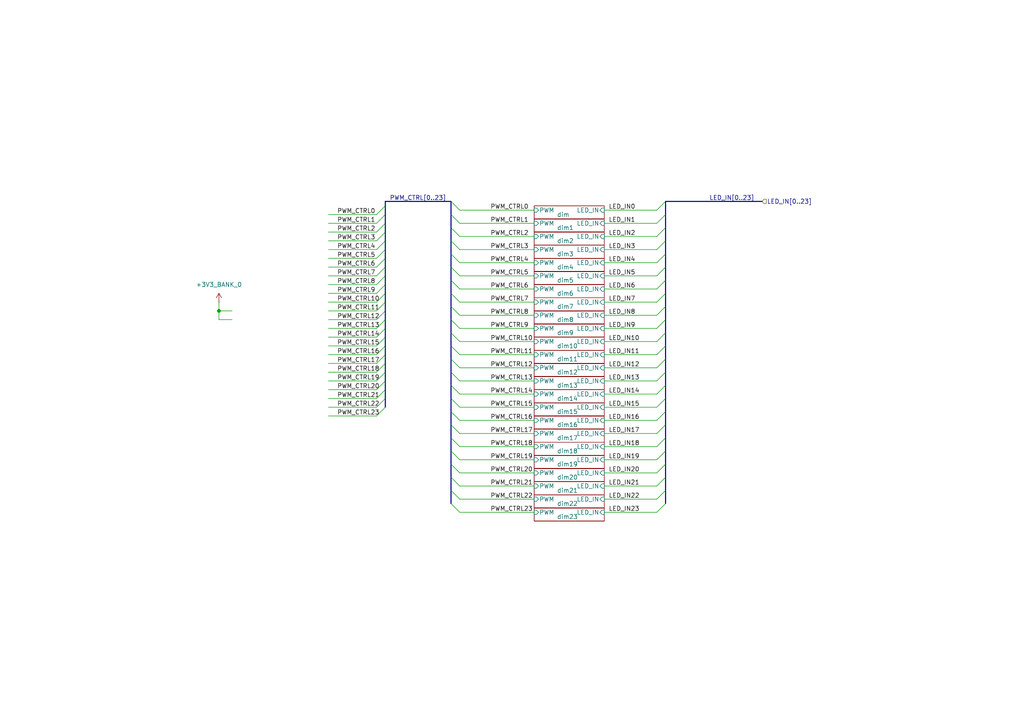
<source format=kicad_sch>
(kicad_sch (version 20231120) (generator "eeschema") (generator_version "8.0")
  (paper "A4")
  (lib_symbols
    (symbol "power:+3V3" (power) (pin_numbers hide) (pin_names (offset 0) hide)
      (property "Value" "+3V3" (at 0 3.556 0))
      (symbol "+3V3_0_1"
        (polyline (pts (xy -0.762 1.27) (xy 0 2.54)))
        (polyline (pts (xy 0 0) (xy 0 2.54)))
        (polyline (pts (xy 0 2.54) (xy 0.762 1.27)))
      )
      (symbol "+3V3_1_1"
        (pin power_in line (at 0 0 90) (length 0) (name "~") (number "1"))
      )
    )
  )
  (junction (at 63.5 90.17))
  (bus_entry (at 193.04 115.57) (size -2.54 2.54))
  (bus_entry (at 193.04 111.76) (size -2.54 2.54))
  (bus_entry (at 193.04 69.85) (size -2.54 2.54))
  (bus_entry (at 193.04 88.9) (size -2.54 2.54))
  (bus_entry (at 193.04 127) (size -2.54 2.54))
  (bus_entry (at 193.04 142.24) (size -2.54 2.54))
  (bus_entry (at 130.81 92.71) (size 2.54 2.54))
  (bus_entry (at 130.81 73.66) (size 2.54 2.54))
  (bus_entry (at 193.04 85.09) (size -2.54 2.54))
  (bus_entry (at 130.81 96.52) (size 2.54 2.54))
  (bus_entry (at 130.81 100.33) (size 2.54 2.54))
  (bus_entry (at 111.76 102.87) (size -2.54 2.54))
  (bus_entry (at 111.76 92.71) (size -2.54 2.54))
  (bus_entry (at 193.04 104.14) (size -2.54 2.54))
  (bus_entry (at 111.76 113.03) (size -2.54 2.54))
  (bus_entry (at 130.81 123.19) (size 2.54 2.54))
  (bus_entry (at 193.04 73.66) (size -2.54 2.54))
  (bus_entry (at 193.04 134.62) (size -2.54 2.54))
  (bus_entry (at 130.81 146.05) (size 2.54 2.54))
  (bus_entry (at 130.81 130.81) (size 2.54 2.54))
  (bus_entry (at 130.81 104.14) (size 2.54 2.54))
  (bus_entry (at 130.81 142.24) (size 2.54 2.54))
  (bus_entry (at 130.81 58.42) (size 2.54 2.54))
  (bus_entry (at 111.76 69.85) (size -2.54 2.54))
  (bus_entry (at 130.81 138.43) (size 2.54 2.54))
  (bus_entry (at 111.76 72.39) (size -2.54 2.54))
  (bus_entry (at 111.76 85.09) (size -2.54 2.54))
  (bus_entry (at 111.76 77.47) (size -2.54 2.54))
  (bus_entry (at 111.76 97.79) (size -2.54 2.54))
  (bus_entry (at 111.76 64.77) (size -2.54 2.54))
  (bus_entry (at 193.04 96.52) (size -2.54 2.54))
  (bus_entry (at 130.81 85.09) (size 2.54 2.54))
  (bus_entry (at 130.81 66.04) (size 2.54 2.54))
  (bus_entry (at 130.81 88.9) (size 2.54 2.54))
  (bus_entry (at 193.04 81.28) (size -2.54 2.54))
  (bus_entry (at 193.04 92.71) (size -2.54 2.54))
  (bus_entry (at 111.76 110.49) (size -2.54 2.54))
  (bus_entry (at 193.04 58.42) (size -2.54 2.54))
  (bus_entry (at 193.04 77.47) (size -2.54 2.54))
  (bus_entry (at 130.81 127) (size 2.54 2.54))
  (bus_entry (at 193.04 119.38) (size -2.54 2.54))
  (bus_entry (at 111.76 90.17) (size -2.54 2.54))
  (bus_entry (at 130.81 107.95) (size 2.54 2.54))
  (bus_entry (at 130.81 62.23) (size 2.54 2.54))
  (bus_entry (at 111.76 62.23) (size -2.54 2.54))
  (bus_entry (at 111.76 107.95) (size -2.54 2.54))
  (bus_entry (at 111.76 105.41) (size -2.54 2.54))
  (bus_entry (at 193.04 138.43) (size -2.54 2.54))
  (bus_entry (at 193.04 130.81) (size -2.54 2.54))
  (bus_entry (at 193.04 66.04) (size -2.54 2.54))
  (bus_entry (at 193.04 107.95) (size -2.54 2.54))
  (bus_entry (at 111.76 100.33) (size -2.54 2.54))
  (bus_entry (at 130.81 77.47) (size 2.54 2.54))
  (bus_entry (at 111.76 59.69) (size -2.54 2.54))
  (bus_entry (at 130.81 134.62) (size 2.54 2.54))
  (bus_entry (at 111.76 67.31) (size -2.54 2.54))
  (bus_entry (at 130.81 69.85) (size 2.54 2.54))
  (bus_entry (at 193.04 62.23) (size -2.54 2.54))
  (bus_entry (at 130.81 111.76) (size 2.54 2.54))
  (bus_entry (at 193.04 123.19) (size -2.54 2.54))
  (bus_entry (at 111.76 118.11) (size -2.54 2.54))
  (bus_entry (at 193.04 146.05) (size -2.54 2.54))
  (bus_entry (at 130.81 119.38) (size 2.54 2.54))
  (bus_entry (at 111.76 115.57) (size -2.54 2.54))
  (bus_entry (at 130.81 115.57) (size 2.54 2.54))
  (bus_entry (at 193.04 100.33) (size -2.54 2.54))
  (bus_entry (at 111.76 74.93) (size -2.54 2.54))
  (bus_entry (at 111.76 95.25) (size -2.54 2.54))
  (bus_entry (at 111.76 87.63) (size -2.54 2.54))
  (bus_entry (at 111.76 82.55) (size -2.54 2.54))
  (bus_entry (at 130.81 81.28) (size 2.54 2.54))
  (bus_entry (at 111.76 80.01) (size -2.54 2.54))
  (wire (pts (xy 175.26 91.44) (xy 190.5 91.44)))
  (wire (pts (xy 175.26 64.77) (xy 190.5 64.77)))
  (wire (pts (xy 175.26 106.68) (xy 190.5 106.68)))
  (wire (pts (xy 95.25 110.49) (xy 109.22 110.49)))
  (wire (pts (xy 133.35 95.25) (xy 154.94 95.25)))
  (bus (pts (xy 193.04 81.28) (xy 193.04 77.47)))
  (bus (pts (xy 130.81 92.71) (xy 130.81 96.52)))
  (wire (pts (xy 95.25 82.55) (xy 109.22 82.55)))
  (bus (pts (xy 130.81 107.95) (xy 130.81 111.76)))
  (wire (pts (xy 175.26 133.35) (xy 190.5 133.35)))
  (bus (pts (xy 111.76 85.09) (xy 111.76 87.63)))
  (wire (pts (xy 95.25 118.11) (xy 109.22 118.11)))
  (wire (pts (xy 175.26 125.73) (xy 190.5 125.73)))
  (bus (pts (xy 193.04 138.43) (xy 193.04 134.62)))
  (wire (pts (xy 133.35 99.06) (xy 154.94 99.06)))
  (bus (pts (xy 193.04 115.57) (xy 193.04 111.76)))
  (bus (pts (xy 111.76 69.85) (xy 111.76 72.39)))
  (wire (pts (xy 175.26 72.39) (xy 190.5 72.39)))
  (bus (pts (xy 130.81 66.04) (xy 130.81 69.85)))
  (wire (pts (xy 95.25 85.09) (xy 109.22 85.09)))
  (wire (pts (xy 175.26 60.96) (xy 190.5 60.96)))
  (bus (pts (xy 111.76 77.47) (xy 111.76 80.01)))
  (wire (pts (xy 95.25 97.79) (xy 109.22 97.79)))
  (bus (pts (xy 130.81 111.76) (xy 130.81 115.57)))
  (bus (pts (xy 193.04 88.9) (xy 193.04 85.09)))
  (bus (pts (xy 111.76 97.79) (xy 111.76 100.33)))
  (bus (pts (xy 111.76 110.49) (xy 111.76 113.03)))
  (wire (pts (xy 95.25 107.95) (xy 109.22 107.95)))
  (wire (pts (xy 95.25 74.93) (xy 109.22 74.93)))
  (wire (pts (xy 175.26 137.16) (xy 190.5 137.16)))
  (bus (pts (xy 111.76 87.63) (xy 111.76 90.17)))
  (bus (pts (xy 193.04 100.33) (xy 193.04 96.52)))
  (bus (pts (xy 130.81 77.47) (xy 130.81 81.28)))
  (wire (pts (xy 133.35 102.87) (xy 154.94 102.87)))
  (wire (pts (xy 175.26 102.87) (xy 190.5 102.87)))
  (bus (pts (xy 193.04 107.95) (xy 193.04 104.14)))
  (wire (pts (xy 95.25 100.33) (xy 109.22 100.33)))
  (bus (pts (xy 193.04 66.04) (xy 193.04 62.23)))
  (bus (pts (xy 130.81 138.43) (xy 130.81 142.24)))
  (bus (pts (xy 193.04 146.05) (xy 193.04 142.24)))
  (wire (pts (xy 175.26 99.06) (xy 190.5 99.06)))
  (bus (pts (xy 130.81 119.38) (xy 130.81 123.19)))
  (bus (pts (xy 111.76 102.87) (xy 111.76 105.41)))
  (bus (pts (xy 130.81 81.28) (xy 130.81 85.09)))
  (wire (pts (xy 175.26 129.54) (xy 190.5 129.54)))
  (wire (pts (xy 95.25 113.03) (xy 109.22 113.03)))
  (bus (pts (xy 111.76 64.77) (xy 111.76 67.31)))
  (bus (pts (xy 111.76 92.71) (xy 111.76 95.25)))
  (wire (pts (xy 133.35 137.16) (xy 154.94 137.16)))
  (wire (pts (xy 175.26 68.58) (xy 190.5 68.58)))
  (bus (pts (xy 111.76 62.23) (xy 111.76 64.77)))
  (bus (pts (xy 111.76 58.42) (xy 130.81 58.42)))
  (wire (pts (xy 175.26 118.11) (xy 190.5 118.11)))
  (bus (pts (xy 130.81 69.85) (xy 130.81 73.66)))
  (wire (pts (xy 95.25 92.71) (xy 109.22 92.71)))
  (wire (pts (xy 133.35 114.3) (xy 154.94 114.3)))
  (wire (pts (xy 175.26 87.63) (xy 190.5 87.63)))
  (wire (pts (xy 175.26 144.78) (xy 190.5 144.78)))
  (wire (pts (xy 133.35 118.11) (xy 154.94 118.11)))
  (bus (pts (xy 193.04 69.85) (xy 193.04 66.04)))
  (bus (pts (xy 111.76 58.42) (xy 111.76 59.69)))
  (wire (pts (xy 95.25 77.47) (xy 109.22 77.47)))
  (bus (pts (xy 193.04 127) (xy 193.04 123.19)))
  (bus (pts (xy 130.81 130.81) (xy 130.81 134.62)))
  (wire (pts (xy 133.35 68.58) (xy 154.94 68.58)))
  (bus (pts (xy 130.81 104.14) (xy 130.81 107.95)))
  (wire (pts (xy 95.25 90.17) (xy 109.22 90.17)))
  (wire (pts (xy 133.35 121.92) (xy 154.94 121.92)))
  (wire (pts (xy 175.26 114.3) (xy 190.5 114.3)))
  (wire (pts (xy 133.35 80.01) (xy 154.94 80.01)))
  (wire (pts (xy 95.25 95.25) (xy 109.22 95.25)))
  (wire (pts (xy 175.26 80.01) (xy 190.5 80.01)))
  (wire (pts (xy 95.25 72.39) (xy 109.22 72.39)))
  (wire (pts (xy 133.35 83.82) (xy 154.94 83.82)))
  (bus (pts (xy 111.76 59.69) (xy 111.76 62.23)))
  (bus (pts (xy 193.04 77.47) (xy 193.04 73.66)))
  (wire (pts (xy 133.35 133.35) (xy 154.94 133.35)))
  (bus (pts (xy 193.04 130.81) (xy 193.04 127)))
  (wire (pts (xy 133.35 60.96) (xy 154.94 60.96)))
  (bus (pts (xy 111.76 67.31) (xy 111.76 69.85)))
  (bus (pts (xy 111.76 90.17) (xy 111.76 92.71)))
  (wire (pts (xy 175.26 140.97) (xy 190.5 140.97)))
  (bus (pts (xy 111.76 100.33) (xy 111.76 102.87)))
  (wire (pts (xy 175.26 110.49) (xy 190.5 110.49)))
  (bus (pts (xy 193.04 92.71) (xy 193.04 88.9)))
  (wire (pts (xy 95.25 80.01) (xy 109.22 80.01)))
  (wire (pts (xy 175.26 121.92) (xy 190.5 121.92)))
  (wire (pts (xy 175.26 95.25) (xy 190.5 95.25)))
  (wire (pts (xy 95.25 115.57) (xy 109.22 115.57)))
  (wire (pts (xy 95.25 64.77) (xy 109.22 64.77)))
  (bus (pts (xy 193.04 134.62) (xy 193.04 130.81)))
  (bus (pts (xy 130.81 134.62) (xy 130.81 138.43)))
  (wire (pts (xy 133.35 64.77) (xy 154.94 64.77)))
  (bus (pts (xy 130.81 85.09) (xy 130.81 88.9)))
  (bus (pts (xy 111.76 95.25) (xy 111.76 97.79)))
  (wire (pts (xy 95.25 120.65) (xy 109.22 120.65)))
  (bus (pts (xy 130.81 142.24) (xy 130.81 146.05)))
  (wire (pts (xy 175.26 83.82) (xy 190.5 83.82)))
  (wire (pts (xy 133.35 87.63) (xy 154.94 87.63)))
  (wire (pts (xy 95.25 102.87) (xy 109.22 102.87)))
  (bus (pts (xy 130.81 127) (xy 130.81 130.81)))
  (bus (pts (xy 193.04 111.76) (xy 193.04 107.95)))
  (wire (pts (xy 63.5 90.17) (xy 63.5 92.71)))
  (wire (pts (xy 95.25 69.85) (xy 109.22 69.85)))
  (bus (pts (xy 130.81 58.42) (xy 130.81 62.23)))
  (wire (pts (xy 95.25 67.31) (xy 109.22 67.31)))
  (wire (pts (xy 175.26 76.2) (xy 190.5 76.2)))
  (wire (pts (xy 133.35 148.59) (xy 154.94 148.59)))
  (bus (pts (xy 193.04 96.52) (xy 193.04 92.71)))
  (bus (pts (xy 111.76 115.57) (xy 111.76 118.11)))
  (bus (pts (xy 130.81 115.57) (xy 130.81 119.38)))
  (bus (pts (xy 193.04 85.09) (xy 193.04 81.28)))
  (bus (pts (xy 111.76 113.03) (xy 111.76 115.57)))
  (wire (pts (xy 63.5 87.63) (xy 63.5 90.17)))
  (bus (pts (xy 130.81 96.52) (xy 130.81 100.33)))
  (bus (pts (xy 111.76 82.55) (xy 111.76 85.09)))
  (wire (pts (xy 95.25 87.63) (xy 109.22 87.63)))
  (bus (pts (xy 193.04 119.38) (xy 193.04 115.57)))
  (bus (pts (xy 111.76 74.93) (xy 111.76 77.47)))
  (bus (pts (xy 130.81 123.19) (xy 130.81 127)))
  (bus (pts (xy 111.76 107.95) (xy 111.76 110.49)))
  (wire (pts (xy 95.25 62.23) (xy 109.22 62.23)))
  (bus (pts (xy 193.04 104.14) (xy 193.04 100.33)))
  (wire (pts (xy 133.35 72.39) (xy 154.94 72.39)))
  (bus (pts (xy 130.81 100.33) (xy 130.81 104.14)))
  (wire (pts (xy 63.5 92.71) (xy 67.31 92.71)))
  (wire (pts (xy 133.35 91.44) (xy 154.94 91.44)))
  (bus (pts (xy 130.81 88.9) (xy 130.81 92.71)))
  (bus (pts (xy 111.76 72.39) (xy 111.76 74.93)))
  (wire (pts (xy 133.35 129.54) (xy 154.94 129.54)))
  (bus (pts (xy 111.76 80.01) (xy 111.76 82.55)))
  (wire (pts (xy 95.25 105.41) (xy 109.22 105.41)))
  (bus (pts (xy 193.04 73.66) (xy 193.04 69.85)))
  (wire (pts (xy 133.35 76.2) (xy 154.94 76.2)))
  (bus (pts (xy 193.04 142.24) (xy 193.04 138.43)))
  (wire (pts (xy 133.35 140.97) (xy 154.94 140.97)))
  (wire (pts (xy 133.35 125.73) (xy 154.94 125.73)))
  (bus (pts (xy 130.81 62.23) (xy 130.81 66.04)))
  (bus (pts (xy 193.04 62.23) (xy 193.04 58.42)))
  (bus (pts (xy 111.76 105.41) (xy 111.76 107.95)))
  (wire (pts (xy 133.35 110.49) (xy 154.94 110.49)))
  (wire (pts (xy 175.26 148.59) (xy 190.5 148.59)))
  (wire (pts (xy 63.5 90.17) (xy 67.31 90.17)))
  (wire (pts (xy 133.35 144.78) (xy 154.94 144.78)))
  (wire (pts (xy 133.35 106.68) (xy 154.94 106.68)))
  (bus (pts (xy 193.04 58.42) (xy 220.98 58.42)))
  (bus (pts (xy 193.04 123.19) (xy 193.04 119.38)))
  (bus (pts (xy 130.81 73.66) (xy 130.81 77.47)))
  (label "PWM_CTRL2" (at 142.24 68.58 0))
  (label "PWM_CTRL6" (at 97.79 77.47 0))
  (label "PWM_CTRL19" (at 142.24 133.35 0))
  (label "PWM_CTRL9" (at 142.24 95.25 0))
  (label "PWM_CTRL19" (at 97.79 110.49 0))
  (label "PWM_CTRL4" (at 142.24 76.2 0))
  (label "LED_IN18" (at 176.53 129.54 0))
  (label "LED_IN22" (at 176.53 144.78 0))
  (label "LED_IN8" (at 176.53 91.44 0))
  (label "LED_IN[0..23]" (at 205.74 58.42 0))
  (label "PWM_CTRL8" (at 142.24 91.44 0))
  (label "LED_IN1" (at 176.53 64.77 0))
  (label "LED_IN13" (at 176.53 110.49 0))
  (label "PWM_CTRL1" (at 142.24 64.77 0))
  (label "PWM_CTRL16" (at 142.24 121.92 0))
  (label "LED_IN17" (at 176.53 125.73 0))
  (label "LED_IN14" (at 176.53 114.3 0))
  (label "PWM_CTRL0" (at 142.24 60.96 0))
  (label "PWM_CTRL0" (at 97.79 62.23 0))
  (label "PWM_CTRL6" (at 142.24 83.82 0))
  (label "PWM_CTRL5" (at 97.79 74.93 0))
  (label "LED_IN12" (at 176.53 106.68 0))
  (label "PWM_CTRL20" (at 97.79 113.03 0))
  (label "LED_IN0" (at 176.53 60.96 0))
  (label "PWM_CTRL18" (at 142.24 129.54 0))
  (label "PWM_CTRL11" (at 97.79 90.17 0))
  (label "LED_IN2" (at 176.53 68.58 0))
  (label "PWM_CTRL17" (at 142.24 125.73 0))
  (label "LED_IN19" (at 176.53 133.35 0))
  (label "LED_IN21" (at 176.53 140.97 0))
  (label "PWM_CTRL14" (at 142.24 114.3 0))
  (label "LED_IN10" (at 176.53 99.06 0))
  (label "PWM_CTRL10" (at 142.24 99.06 0))
  (label "LED_IN6" (at 176.53 83.82 0))
  (label "LED_IN7" (at 176.53 87.63 0))
  (label "LED_IN3" (at 176.53 72.39 0))
  (label "PWM_CTRL4" (at 97.79 72.39 0))
  (label "LED_IN15" (at 176.53 118.11 0))
  (label "PWM_CTRL[0..23]" (at 113.03 58.42 0))
  (label "PWM_CTRL15" (at 142.24 118.11 0))
  (label "PWM_CTRL13" (at 142.24 110.49 0))
  (label "PWM_CTRL22" (at 97.79 118.11 0))
  (label "PWM_CTRL23" (at 97.79 120.65 0))
  (label "LED_IN5" (at 176.53 80.01 0))
  (label "LED_IN20" (at 176.53 137.16 0))
  (label "PWM_CTRL18" (at 97.79 107.95 0))
  (label "LED_IN11" (at 176.53 102.87 0))
  (label "PWM_CTRL23" (at 142.24 148.59 0))
  (label "PWM_CTRL7" (at 142.24 87.63 0))
  (label "PWM_CTRL2" (at 97.79 67.31 0))
  (label "PWM_CTRL10" (at 97.79 87.63 0))
  (label "PWM_CTRL13" (at 97.79 95.25 0))
  (label "PWM_CTRL12" (at 97.79 92.71 0))
  (label "PWM_CTRL1" (at 97.79 64.77 0))
  (label "LED_IN16" (at 176.53 121.92 0))
  (label "PWM_CTRL22" (at 142.24 144.78 0))
  (label "PWM_CTRL5" (at 142.24 80.01 0))
  (label "PWM_CTRL3" (at 97.79 69.85 0))
  (label "PWM_CTRL12" (at 142.24 106.68 0))
  (label "PWM_CTRL14" (at 97.79 97.79 0))
  (label "LED_IN4" (at 176.53 76.2 0))
  (label "PWM_CTRL21" (at 142.24 140.97 0))
  (label "PWM_CTRL20" (at 142.24 137.16 0))
  (label "LED_IN9" (at 176.53 95.25 0))
  (label "PWM_CTRL11" (at 142.24 102.87 0))
  (label "PWM_CTRL17" (at 97.79 105.41 0))
  (label "LED_IN23" (at 176.53 148.59 0))
  (label "PWM_CTRL15" (at 97.79 100.33 0))
  (label "PWM_CTRL9" (at 97.79 85.09 0))
  (label "PWM_CTRL3" (at 142.24 72.39 0))
  (label "PWM_CTRL7" (at 97.79 80.01 0))
  (label "PWM_CTRL8" (at 97.79 82.55 0))
  (label "PWM_CTRL16" (at 97.79 102.87 0))
  (label "PWM_CTRL21" (at 97.79 115.57 0))
  (hierarchical_label "LED_IN[0..23]" (shape input) (at 220.98 58.42 0))
  (symbol (lib_id "power:+3V3") (at 63.5 87.63 0) (unit 1)
    (property "Reference" "#PWR089" (effects (hide yes)))
    (property "Value" "+3V3_BANK_0" (at 63.5 82.55 0))
    (property "Description" "Power symbol creates a global label with name \"+3V3\"" (effects (hide yes)))
  )
  (sheet (at 154.94 82.55) (size 20.32 3.81) (stroke (width 0.1524))
    (property "Sheetname" "dim6" (at 161.544 85.852 0) (effects (justify left bottom)))
    (property "Sheetfile" "dim.kicad_sch" (effects (hide yes)))
    (pin "LED_IN" input (at 175.26 83.82 0))
    (pin "PWM" input (at 154.94 83.82 180))
  )
  (sheet (at 154.94 93.98) (size 20.32 3.81) (stroke (width 0.1524))
    (property "Sheetname" "dim9" (at 161.544 97.282 0) (effects (justify left bottom)))
    (property "Sheetfile" "dim.kicad_sch" (effects (hide yes)))
    (pin "LED_IN" input (at 175.26 95.25 0))
    (pin "PWM" input (at 154.94 95.25 180))
  )
  (sheet (at 154.94 59.69) (size 20.32 3.81) (stroke (width 0.1524))
    (property "Sheetname" "dim" (at 161.544 62.992 0) (effects (justify left bottom)))
    (property "Sheetfile" "dim.kicad_sch" (effects (hide yes)))
    (pin "LED_IN" input (at 175.26 60.96 0))
    (pin "PWM" input (at 154.94 60.96 180))
  )
  (sheet (at 154.94 120.65) (size 20.32 3.81) (stroke (width 0.1524))
    (property "Sheetname" "dim16" (at 161.544 123.952 0) (effects (justify left bottom)))
    (property "Sheetfile" "dim.kicad_sch" (effects (hide yes)))
    (pin "LED_IN" input (at 175.26 121.92 0))
    (pin "PWM" input (at 154.94 121.92 180))
  )
  (sheet (at 154.94 143.51) (size 20.32 3.81) (stroke (width 0.1524))
    (property "Sheetname" "dim22" (at 161.544 146.812 0) (effects (justify left bottom)))
    (property "Sheetfile" "dim.kicad_sch" (effects (hide yes)))
    (pin "LED_IN" input (at 175.26 144.78 0))
    (pin "PWM" input (at 154.94 144.78 180))
  )
  (sheet (at 154.94 90.17) (size 20.32 3.81) (stroke (width 0.1524))
    (property "Sheetname" "dim8" (at 161.544 93.472 0) (effects (justify left bottom)))
    (property "Sheetfile" "dim.kicad_sch" (effects (hide yes)))
    (pin "LED_IN" input (at 175.26 91.44 0))
    (pin "PWM" input (at 154.94 91.44 180))
  )
  (sheet (at 154.94 105.41) (size 20.32 3.81) (stroke (width 0.1524))
    (property "Sheetname" "dim12" (at 161.544 108.712 0) (effects (justify left bottom)))
    (property "Sheetfile" "dim.kicad_sch" (effects (hide yes)))
    (pin "LED_IN" input (at 175.26 106.68 0))
    (pin "PWM" input (at 154.94 106.68 180))
  )
  (sheet (at 154.94 67.31) (size 20.32 3.81) (stroke (width 0.1524))
    (property "Sheetname" "dim2" (at 161.544 70.612 0) (effects (justify left bottom)))
    (property "Sheetfile" "dim.kicad_sch" (effects (hide yes)))
    (pin "LED_IN" input (at 175.26 68.58 0))
    (pin "PWM" input (at 154.94 68.58 180))
  )
  (sheet (at 154.94 101.6) (size 20.32 3.81) (stroke (width 0.1524))
    (property "Sheetname" "dim11" (at 161.544 104.902 0) (effects (justify left bottom)))
    (property "Sheetfile" "dim.kicad_sch" (effects (hide yes)))
    (pin "LED_IN" input (at 175.26 102.87 0))
    (pin "PWM" input (at 154.94 102.87 180))
  )
  (sheet (at 154.94 124.46) (size 20.32 3.81) (stroke (width 0.1524))
    (property "Sheetname" "dim17" (at 161.544 127.762 0) (effects (justify left bottom)))
    (property "Sheetfile" "dim.kicad_sch" (effects (hide yes)))
    (pin "LED_IN" input (at 175.26 125.73 0))
    (pin "PWM" input (at 154.94 125.73 180))
  )
  (sheet (at 154.94 86.36) (size 20.32 3.81) (stroke (width 0.1524))
    (property "Sheetname" "dim7" (at 161.544 89.662 0) (effects (justify left bottom)))
    (property "Sheetfile" "dim.kicad_sch" (effects (hide yes)))
    (pin "LED_IN" input (at 175.26 87.63 0))
    (pin "PWM" input (at 154.94 87.63 180))
  )
  (sheet (at 154.94 135.89) (size 20.32 3.81) (stroke (width 0.1524))
    (property "Sheetname" "dim20" (at 161.544 139.192 0) (effects (justify left bottom)))
    (property "Sheetfile" "dim.kicad_sch" (effects (hide yes)))
    (pin "LED_IN" input (at 175.26 137.16 0))
    (pin "PWM" input (at 154.94 137.16 180))
  )
  (sheet (at 154.94 109.22) (size 20.32 3.81) (stroke (width 0.1524))
    (property "Sheetname" "dim13" (at 161.544 112.522 0) (effects (justify left bottom)))
    (property "Sheetfile" "dim.kicad_sch" (effects (hide yes)))
    (pin "LED_IN" input (at 175.26 110.49 0))
    (pin "PWM" input (at 154.94 110.49 180))
  )
  (sheet (at 154.94 147.32) (size 20.32 3.81) (stroke (width 0.1524))
    (property "Sheetname" "dim23" (at 161.544 150.622 0) (effects (justify left bottom)))
    (property "Sheetfile" "dim.kicad_sch" (effects (hide yes)))
    (pin "LED_IN" input (at 175.26 148.59 0))
    (pin "PWM" input (at 154.94 148.59 180))
  )
  (sheet (at 154.94 113.03) (size 20.32 3.81) (stroke (width 0.1524))
    (property "Sheetname" "dim14" (at 161.544 116.332 0) (effects (justify left bottom)))
    (property "Sheetfile" "dim.kicad_sch" (effects (hide yes)))
    (pin "LED_IN" input (at 175.26 114.3 0))
    (pin "PWM" input (at 154.94 114.3 180))
  )
  (sheet (at 154.94 116.84) (size 20.32 3.81) (stroke (width 0.1524))
    (property "Sheetname" "dim15" (at 161.544 120.142 0) (effects (justify left bottom)))
    (property "Sheetfile" "dim.kicad_sch" (effects (hide yes)))
    (pin "LED_IN" input (at 175.26 118.11 0))
    (pin "PWM" input (at 154.94 118.11 180))
  )
  (sheet (at 154.94 97.79) (size 20.32 3.81) (stroke (width 0.1524))
    (property "Sheetname" "dim10" (at 161.544 101.092 0) (effects (justify left bottom)))
    (property "Sheetfile" "dim.kicad_sch" (effects (hide yes)))
    (pin "LED_IN" input (at 175.26 99.06 0))
    (pin "PWM" input (at 154.94 99.06 180))
  )
  (sheet (at 154.94 128.27) (size 20.32 3.81) (stroke (width 0.1524))
    (property "Sheetname" "dim18" (at 161.544 131.572 0) (effects (justify left bottom)))
    (property "Sheetfile" "dim.kicad_sch" (effects (hide yes)))
    (pin "LED_IN" input (at 175.26 129.54 0))
    (pin "PWM" input (at 154.94 129.54 180))
  )
  (sheet (at 154.94 71.12) (size 20.32 3.81) (stroke (width 0.1524))
    (property "Sheetname" "dim3" (at 161.544 74.422 0) (effects (justify left bottom)))
    (property "Sheetfile" "dim.kicad_sch" (effects (hide yes)))
    (pin "LED_IN" input (at 175.26 72.39 0))
    (pin "PWM" input (at 154.94 72.39 180))
  )
  (sheet (at 154.94 78.74) (size 20.32 3.81) (stroke (width 0.1524))
    (property "Sheetname" "dim5" (at 161.544 82.042 0) (effects (justify left bottom)))
    (property "Sheetfile" "dim.kicad_sch" (effects (hide yes)))
    (pin "LED_IN" input (at 175.26 80.01 0))
    (pin "PWM" input (at 154.94 80.01 180))
  )
  (sheet (at 154.94 139.7) (size 20.32 3.81) (stroke (width 0.1524))
    (property "Sheetname" "dim21" (at 161.544 143.002 0) (effects (justify left bottom)))
    (property "Sheetfile" "dim.kicad_sch" (effects (hide yes)))
    (pin "LED_IN" input (at 175.26 140.97 0))
    (pin "PWM" input (at 154.94 140.97 180))
  )
  (sheet (at 154.94 132.08) (size 20.32 3.81) (stroke (width 0.1524))
    (property "Sheetname" "dim19" (at 161.544 135.382 0) (effects (justify left bottom)))
    (property "Sheetfile" "dim.kicad_sch" (effects (hide yes)))
    (pin "LED_IN" input (at 175.26 133.35 0))
    (pin "PWM" input (at 154.94 133.35 180))
  )
  (sheet (at 154.94 74.93) (size 20.32 3.81) (stroke (width 0.1524))
    (property "Sheetname" "dim4" (at 161.544 78.232 0) (effects (justify left bottom)))
    (property "Sheetfile" "dim.kicad_sch" (effects (hide yes)))
    (pin "LED_IN" input (at 175.26 76.2 0))
    (pin "PWM" input (at 154.94 76.2 180))
  )
  (sheet (at 154.94 63.5) (size 20.32 3.81) (stroke (width 0.1524))
    (property "Sheetname" "dim1" (at 161.544 66.802 0) (effects (justify left bottom)))
    (property "Sheetfile" "dim.kicad_sch" (effects (hide yes)))
    (pin "LED_IN" input (at 175.26 64.77 0))
    (pin "PWM" input (at 154.94 64.77 180))
  )
)
</source>
